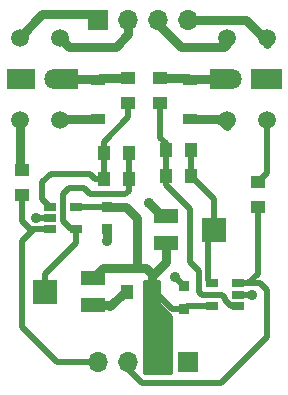
<source format=gbr>
G04 #@! TF.FileFunction,Copper,L1,Top,Signal*
%FSLAX46Y46*%
G04 Gerber Fmt 4.6, Leading zero omitted, Abs format (unit mm)*
G04 Created by KiCad (PCBNEW 4.0.7-e0-6372~58~ubuntu16.10.1) date Mon Feb 25 01:17:52 2019*
%MOMM*%
%LPD*%
G01*
G04 APERTURE LIST*
%ADD10C,0.100000*%
%ADD11R,0.900000X0.900000*%
%ADD12R,1.000000X1.300000*%
%ADD13R,1.200000X0.900000*%
%ADD14R,2.000000X1.700000*%
%ADD15R,1.800000X1.800000*%
%ADD16C,1.800000*%
%ADD17R,1.300000X1.000000*%
%ADD18C,1.500000*%
%ADD19R,2.000000X1.300000*%
%ADD20R,2.000000X2.000000*%
%ADD21R,1.060000X0.650000*%
%ADD22R,1.700000X1.700000*%
%ADD23O,1.700000X1.700000*%
%ADD24C,0.900000*%
%ADD25C,0.768000*%
%ADD26C,0.512000*%
%ADD27C,0.250000*%
%ADD28C,0.254000*%
G04 APERTURE END LIST*
D10*
D11*
X16000000Y-25050000D03*
X16000000Y-26950000D03*
X9500000Y-20200000D03*
X9500000Y-18300000D03*
D12*
X9200000Y-16000000D03*
X11300000Y-16000000D03*
X14450000Y-15750000D03*
X16550000Y-15750000D03*
D13*
X8750000Y-7600000D03*
X8750000Y-10900000D03*
X16500000Y-7600000D03*
X16500000Y-10900000D03*
D14*
X23250000Y-7500000D03*
X19250000Y-7500000D03*
D15*
X22500000Y-7500000D03*
D16*
X19960000Y-7500000D03*
D14*
X2000000Y-7500000D03*
X6000000Y-7500000D03*
D15*
X2500000Y-7500000D03*
D16*
X5040000Y-7500000D03*
D17*
X2250000Y-15200000D03*
X2250000Y-17300000D03*
X22250000Y-18300000D03*
X22250000Y-16200000D03*
X14000000Y-7450000D03*
X14000000Y-9550000D03*
X11250000Y-7450000D03*
X11250000Y-9550000D03*
D12*
X9200000Y-13750000D03*
X11300000Y-13750000D03*
X14450000Y-13500000D03*
X16550000Y-13500000D03*
D18*
X23000000Y-11000000D03*
X19600000Y-11000000D03*
X23000000Y-4000000D03*
X19600000Y-4000000D03*
X5500000Y-11000000D03*
X2100000Y-11000000D03*
X5500000Y-4000000D03*
X2100000Y-4000000D03*
D19*
X8250000Y-24350000D03*
D20*
X4250000Y-25500000D03*
D19*
X8250000Y-26650000D03*
X14500000Y-21400000D03*
D20*
X18500000Y-20250000D03*
D19*
X14500000Y-19100000D03*
D21*
X4650000Y-18300000D03*
X4650000Y-19250000D03*
X4650000Y-20200000D03*
X6850000Y-20200000D03*
X6850000Y-18300000D03*
X20600000Y-26700000D03*
X20600000Y-25750000D03*
X20600000Y-24800000D03*
X18400000Y-24800000D03*
X18400000Y-26700000D03*
D12*
X13300000Y-25500000D03*
X11200000Y-25500000D03*
D22*
X8690000Y-2500000D03*
D23*
X11230000Y-2500000D03*
X13770000Y-2500000D03*
X16310000Y-2500000D03*
D22*
X16310000Y-31500000D03*
D23*
X13770000Y-31500000D03*
X11230000Y-31500000D03*
X8690000Y-31500000D03*
D24*
X13000000Y-18000000D03*
X15250000Y-24250000D03*
X21750000Y-25750000D03*
X9750000Y-26750000D03*
X9500000Y-21250000D03*
X3500000Y-19250000D03*
D25*
X16500000Y-10900000D02*
X19500000Y-10900000D01*
D26*
X19500000Y-10900000D02*
X19600000Y-11000000D01*
X14500000Y-19100000D02*
X14100000Y-19100000D01*
D25*
X14100000Y-19100000D02*
X13000000Y-18000000D01*
D26*
X16000000Y-25050000D02*
X16000000Y-25000000D01*
X16000000Y-25000000D02*
X15250000Y-24250000D01*
X20600000Y-25750000D02*
X21750000Y-25750000D01*
D25*
X8750000Y-10900000D02*
X5600000Y-10900000D01*
X5600000Y-10900000D02*
X5500000Y-11000000D01*
X19000000Y-10900000D02*
X19600000Y-11500000D01*
X11200000Y-25500000D02*
X11000000Y-25500000D01*
X11000000Y-25500000D02*
X9750000Y-26750000D01*
X8250000Y-26650000D02*
X9650000Y-26650000D01*
X9650000Y-26650000D02*
X9750000Y-26750000D01*
X9500000Y-20200000D02*
X9500000Y-21250000D01*
D26*
X5600000Y-10900000D02*
X5500000Y-11000000D01*
X4650000Y-19250000D02*
X3500000Y-19250000D01*
X9200000Y-13750000D02*
X9200000Y-12800000D01*
X11250000Y-10750000D02*
X11250000Y-9550000D01*
X9200000Y-12800000D02*
X11250000Y-10750000D01*
X9200000Y-13750000D02*
X9200000Y-16000000D01*
X9200000Y-16000000D02*
X8500000Y-16000000D01*
X4000000Y-17650000D02*
X4650000Y-18300000D01*
X4000000Y-16250000D02*
X4000000Y-17650000D01*
X4750000Y-15500000D02*
X4000000Y-16250000D01*
X8000000Y-15500000D02*
X4750000Y-15500000D01*
X8500000Y-16000000D02*
X8000000Y-15500000D01*
X6850000Y-20200000D02*
X6850000Y-21400000D01*
X4250000Y-24000000D02*
X4250000Y-25500000D01*
X6850000Y-21400000D02*
X4250000Y-24000000D01*
X11300000Y-16000000D02*
X11300000Y-13750000D01*
X6850000Y-20200000D02*
X6450000Y-20200000D01*
X6450000Y-20200000D02*
X5750000Y-19500000D01*
X5750000Y-19500000D02*
X5750000Y-17250000D01*
X5750000Y-17250000D02*
X6250000Y-16750000D01*
X6250000Y-16750000D02*
X7500000Y-16750000D01*
X7500000Y-16750000D02*
X8000000Y-17250000D01*
X8000000Y-17250000D02*
X11000000Y-17250000D01*
X11000000Y-17250000D02*
X11300000Y-16950000D01*
X11300000Y-16950000D02*
X11300000Y-16000000D01*
X14450000Y-15750000D02*
X14450000Y-13500000D01*
X14450000Y-13500000D02*
X14450000Y-12950000D01*
X14450000Y-12950000D02*
X14000000Y-12500000D01*
X14000000Y-12500000D02*
X14000000Y-9550000D01*
X20600000Y-26700000D02*
X19950000Y-26700000D01*
X14450000Y-16450000D02*
X14450000Y-15750000D01*
X16500000Y-18500000D02*
X14450000Y-16450000D01*
X16500000Y-23000000D02*
X16500000Y-18500000D01*
X17250000Y-23750000D02*
X16500000Y-23000000D01*
X17250000Y-25500000D02*
X17250000Y-23750000D01*
X17500000Y-25750000D02*
X17250000Y-25500000D01*
X19250000Y-25750000D02*
X17500000Y-25750000D01*
X19500000Y-26000000D02*
X19250000Y-25750000D01*
X19500000Y-26250000D02*
X19500000Y-26000000D01*
X19950000Y-26700000D02*
X19500000Y-26250000D01*
X18400000Y-24800000D02*
X18300000Y-24800000D01*
X18300000Y-24800000D02*
X18000000Y-24500000D01*
X18000000Y-24500000D02*
X18000000Y-20750000D01*
X18000000Y-20750000D02*
X18500000Y-20250000D01*
X16550000Y-13500000D02*
X16550000Y-15750000D01*
X18500000Y-20250000D02*
X18500000Y-17700000D01*
X18500000Y-17700000D02*
X16550000Y-15750000D01*
D25*
X11250000Y-7450000D02*
X8900000Y-7450000D01*
X8900000Y-7450000D02*
X8750000Y-7600000D01*
X6000000Y-7500000D02*
X8650000Y-7500000D01*
X8650000Y-7500000D02*
X8750000Y-7600000D01*
X19250000Y-7500000D02*
X16600000Y-7500000D01*
X16600000Y-7500000D02*
X16500000Y-7600000D01*
X14000000Y-7450000D02*
X16350000Y-7450000D01*
X16350000Y-7450000D02*
X16500000Y-7600000D01*
X2100000Y-4000000D02*
X2100000Y-3900000D01*
X2100000Y-3900000D02*
X4000000Y-2000000D01*
X4000000Y-2000000D02*
X8250000Y-2000000D01*
X8250000Y-2000000D02*
X8750000Y-2500000D01*
X11290000Y-2500000D02*
X11290000Y-3710000D01*
X6250000Y-4750000D02*
X5500000Y-4000000D01*
X10250000Y-4750000D02*
X6250000Y-4750000D01*
X11290000Y-3710000D02*
X10250000Y-4750000D01*
D27*
X14080000Y-2000000D02*
X14080000Y-2080000D01*
D25*
X13830000Y-2500000D02*
X13830000Y-2830000D01*
X13830000Y-2830000D02*
X15750000Y-4750000D01*
X15750000Y-4750000D02*
X19350000Y-4750000D01*
X19350000Y-4750000D02*
X19600000Y-4500000D01*
D26*
X11230000Y-31500000D02*
X11230000Y-32030000D01*
X11230000Y-32030000D02*
X12400000Y-33200000D01*
X12400000Y-33200000D02*
X19100000Y-33200000D01*
X19100000Y-33200000D02*
X23000000Y-29300000D01*
X23000000Y-29300000D02*
X23000000Y-25400000D01*
X23000000Y-25400000D02*
X22400000Y-24800000D01*
X22400000Y-24800000D02*
X20600000Y-24800000D01*
X10920000Y-31420000D02*
X10920000Y-31000000D01*
X22250000Y-18300000D02*
X22250000Y-24000000D01*
X21450000Y-24800000D02*
X20600000Y-24800000D01*
X22250000Y-24000000D02*
X21450000Y-24800000D01*
X10920000Y-31170000D02*
X10920000Y-31000000D01*
D25*
X2100000Y-11000000D02*
X2100000Y-15050000D01*
X2100000Y-15050000D02*
X2250000Y-15200000D01*
D26*
X8690000Y-31500000D02*
X5250000Y-31500000D01*
X5250000Y-31500000D02*
X2250000Y-28500000D01*
X4650000Y-20200000D02*
X3300000Y-20200000D01*
X2250000Y-21250000D02*
X2250000Y-28500000D01*
X3300000Y-20200000D02*
X2250000Y-21250000D01*
X4650000Y-20200000D02*
X2950000Y-20200000D01*
X2250000Y-19500000D02*
X2250000Y-17300000D01*
X2950000Y-20200000D02*
X2250000Y-19500000D01*
X23000000Y-11500000D02*
X23000000Y-15450000D01*
X23000000Y-15450000D02*
X22250000Y-16200000D01*
D25*
X14500000Y-21400000D02*
X14500000Y-23000000D01*
X13300000Y-24200000D02*
X13300000Y-24500000D01*
X14500000Y-23000000D02*
X13300000Y-24200000D01*
D26*
X16000000Y-26950000D02*
X14950000Y-26950000D01*
X14950000Y-26950000D02*
X13500000Y-25500000D01*
X13500000Y-25500000D02*
X13300000Y-25500000D01*
X18400000Y-26700000D02*
X16250000Y-26700000D01*
X16250000Y-26700000D02*
X16000000Y-26950000D01*
X13460000Y-31000000D02*
X13460000Y-25660000D01*
X13460000Y-25660000D02*
X13300000Y-25500000D01*
D25*
X13300000Y-25500000D02*
X13300000Y-25550000D01*
X9500000Y-18300000D02*
X11050000Y-18300000D01*
X11050000Y-18300000D02*
X12000000Y-19250000D01*
X12000000Y-19250000D02*
X12000000Y-21000000D01*
X12000000Y-21000000D02*
X12000000Y-23500000D01*
X13300000Y-25500000D02*
X13300000Y-24500000D01*
X12750000Y-23500000D02*
X12000000Y-23500000D01*
X13300000Y-24050000D02*
X12750000Y-23500000D01*
X13300000Y-24500000D02*
X13300000Y-24050000D01*
X9100000Y-23500000D02*
X8250000Y-24350000D01*
X12000000Y-23500000D02*
X9100000Y-23500000D01*
X13460000Y-25660000D02*
X13300000Y-25500000D01*
D26*
X6850000Y-18300000D02*
X9500000Y-18300000D01*
D25*
X23000000Y-4500000D02*
X23000000Y-4250000D01*
X23000000Y-4250000D02*
X21250000Y-2500000D01*
X21250000Y-2500000D02*
X16370000Y-2500000D01*
D28*
G36*
X13873000Y-26500000D02*
X13883006Y-26549410D01*
X13910197Y-26589803D01*
X14873000Y-27552606D01*
X14873000Y-32373000D01*
X12627000Y-32373000D01*
X12627000Y-24627000D01*
X13873000Y-24627000D01*
X13873000Y-26500000D01*
X13873000Y-26500000D01*
G37*
X13873000Y-26500000D02*
X13883006Y-26549410D01*
X13910197Y-26589803D01*
X14873000Y-27552606D01*
X14873000Y-32373000D01*
X12627000Y-32373000D01*
X12627000Y-24627000D01*
X13873000Y-24627000D01*
X13873000Y-26500000D01*
M02*

</source>
